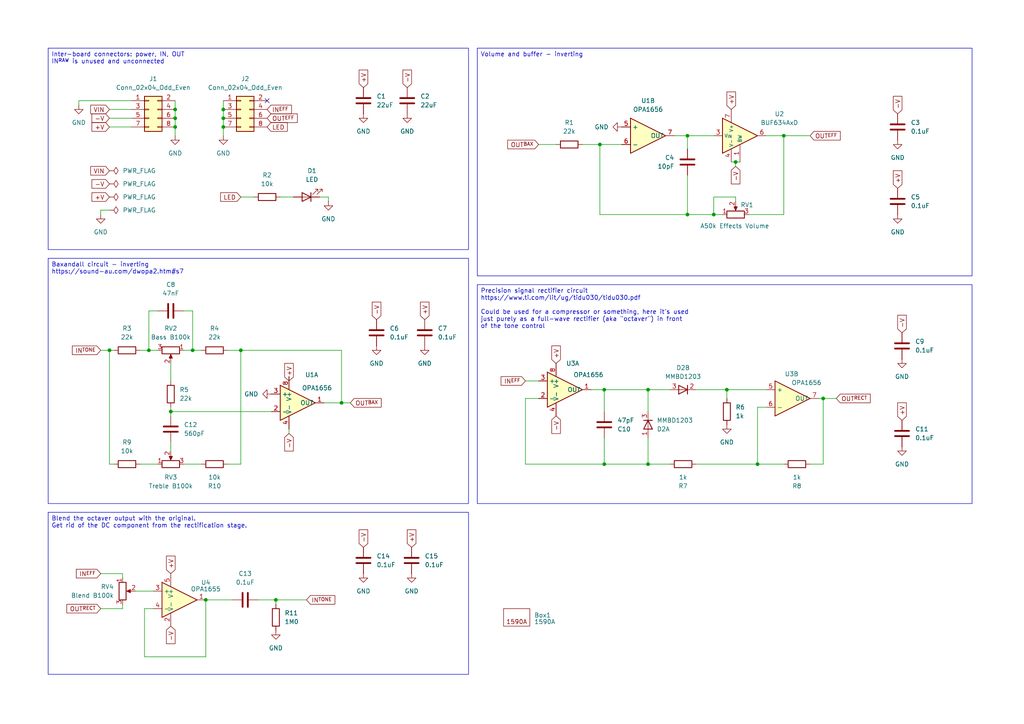
<source format=kicad_sch>
(kicad_sch (version 20231120) (generator "eeschema") (generator_version "8.0")
  (paper "A4")
  (title_block (title "Octaver with tone and volume") (date "2025-02-28") (rev "v1.0"))
  (lib_symbols
    (symbol "Amplifier_Buffer:BUF634AxD"
      (property "Reference" "U" (at 6.35 2.54 0))
      (property "Value" "BUF634AxD" (at 7.62 -2.54 0))
      (symbol "BUF634AxD_0_1"
        (polyline (pts (xy 5.08 0) (xy -5.08 5.08) (xy -5.08 -5.08) (xy 5.08 0)) (stroke (width 0.254)) (fill (type background)))
      )
      (symbol "BUF634AxD_1_1"
        (pin input line (at 0 -7.62 90) (length 5.08) (name "BW") (number "1"))
        (pin no_connect line (at -5.08 5.08 0) (length 2.54) hide (name "NC") (number "2"))
        (pin input line (at -7.62 0 0) (length 2.54) (name "V_{IN}") (number "3"))
        (pin power_in line (at -2.54 -7.62 90) (length 3.81) (name "V-") (number "4"))
        (pin no_connect line (at -5.08 2.54 0) (length 2.54) hide (name "NC") (number "5"))
        (pin output line (at 7.62 0 180) (length 2.54) (name "~") (number "6"))
        (pin power_in line (at -2.54 7.62 270) (length 3.81) (name "V+") (number "7"))
        (pin no_connect line (at -5.08 -2.54 0) (length 2.54) hide (name "NC") (number "8"))
      )
    )
    (symbol "Connector_Generic:Conn_02x04_Odd_Even" (pin_names (offset 1.016) hide)
      (property "Reference" "J" (at 1.27 5.08 0))
      (property "Value" "Conn_02x04_Odd_Even" (at 1.27 -7.62 0))
      (symbol "Conn_02x04_Odd_Even_1_1"
        (rectangle (start -1.27 -4.953) (end 0 -5.207) (stroke (width 0.1524)))
        (rectangle (start -1.27 -2.413) (end 0 -2.667) (stroke (width 0.1524)))
        (rectangle (start -1.27 0.127) (end 0 -0.127) (stroke (width 0.1524)))
        (rectangle (start -1.27 2.667) (end 0 2.413) (stroke (width 0.1524)))
        (rectangle (start -1.27 3.81) (end 3.81 -6.35) (stroke (width 0.254)) (fill (type background)))
        (rectangle (start 3.81 -4.953) (end 2.54 -5.207) (stroke (width 0.1524)))
        (rectangle (start 3.81 -2.413) (end 2.54 -2.667) (stroke (width 0.1524)))
        (rectangle (start 3.81 0.127) (end 2.54 -0.127) (stroke (width 0.1524)))
        (rectangle (start 3.81 2.667) (end 2.54 2.413) (stroke (width 0.1524)))
        (pin passive line (at -5.08 2.54 0) (length 3.81) (name "Pin_1") (number "1"))
        (pin passive line (at 7.62 2.54 180) (length 3.81) (name "Pin_2") (number "2"))
        (pin passive line (at -5.08 0 0) (length 3.81) (name "Pin_3") (number "3"))
        (pin passive line (at 7.62 0 180) (length 3.81) (name "Pin_4") (number "4"))
        (pin passive line (at -5.08 -2.54 0) (length 3.81) (name "Pin_5") (number "5"))
        (pin passive line (at 7.62 -2.54 180) (length 3.81) (name "Pin_6") (number "6"))
        (pin passive line (at -5.08 -5.08 0) (length 3.81) (name "Pin_7") (number "7"))
        (pin passive line (at 7.62 -5.08 180) (length 3.81) (name "Pin_8") (number "8"))
      )
    )
    (symbol "Device:C" (pin_numbers hide) (pin_names (offset 0.254))
      (property "Reference" "C" (at 0.635 2.54 0))
      (property "Value" "C" (at 0.635 -2.54 0))
      (symbol "C_0_1"
        (polyline (pts (xy -2.032 -0.762) (xy 2.032 -0.762)) (stroke (width 0.508)))
        (polyline (pts (xy -2.032 0.762) (xy 2.032 0.762)) (stroke (width 0.508)))
      )
      (symbol "C_1_1"
        (pin passive line (at 0 3.81 270) (length 2.794) (name "~") (number "1"))
        (pin passive line (at 0 -3.81 90) (length 2.794) (name "~") (number "2"))
      )
    )
    (symbol "Device:D_Dual_Series_AKC_Split" (pin_names (offset 0.762) hide)
      (property "Reference" "D" (at 0 2.54 0))
      (property "Value" "D_Dual_Series_AKC_Split" (at 0 -2.54 0))
      (symbol "D_Dual_Series_AKC_Split_0_1"
        (pin passive line (at 3.81 0 180) (length 2.54) (name "K") (number "3"))
      )
      (symbol "D_Dual_Series_AKC_Split_1_0"
        (polyline (pts (xy 1.27 1.27) (xy 1.27 -1.27)) (stroke (width 0.254)))
      )
      (symbol "D_Dual_Series_AKC_Split_1_1"
        (polyline (pts (xy 1.27 0) (xy -1.27 0)))
        (polyline (pts (xy -1.27 1.27) (xy 1.27 0) (xy -1.27 -1.27) (xy -1.27 1.27) (xy -1.27 1.27) (xy -1.27 1.27)) (stroke (width 0.254)))
        (pin passive line (at -3.81 0 0) (length 2.54) (name "A") (number "1"))
      )
      (symbol "D_Dual_Series_AKC_Split_2_0"
        (polyline (pts (xy -1.27 1.27) (xy -1.27 -1.27)) (stroke (width 0.254)))
      )
      (symbol "D_Dual_Series_AKC_Split_2_1"
        (polyline (pts (xy -1.27 0) (xy 1.27 0)))
        (polyline (pts (xy 1.27 1.27) (xy -1.27 0) (xy 1.27 -1.27) (xy 1.27 1.27) (xy 1.27 1.27) (xy 1.27 1.27)) (stroke (width 0.254)))
        (pin passive line (at -3.81 0 0) (length 2.54) (name "common") (number "2"))
      )
    )
    (symbol "Device:LED" (pin_numbers hide) (pin_names (offset 1.016) hide)
      (property "Reference" "D" (at 0 2.54 0))
      (property "Value" "LED" (at 0 -2.54 0))
      (symbol "LED_0_1"
        (polyline (pts (xy -1.27 -1.27) (xy -1.27 1.27)) (stroke (width 0.254)))
        (polyline (pts (xy -1.27 0) (xy 1.27 0)))
        (polyline (pts (xy 1.27 -1.27) (xy 1.27 1.27) (xy -1.27 0) (xy 1.27 -1.27)) (stroke (width 0.254)))
        (polyline (pts (xy -3.048 -0.762) (xy -4.572 -2.286) (xy -3.81 -2.286) (xy -4.572 -2.286) (xy -4.572 -1.524)))
        (polyline (pts (xy -1.778 -0.762) (xy -3.302 -2.286) (xy -2.54 -2.286) (xy -3.302 -2.286) (xy -3.302 -1.524)))
      )
      (symbol "LED_1_1"
        (pin passive line (at -3.81 0 0) (length 2.54) (name "K") (number "1"))
        (pin passive line (at 3.81 0 180) (length 2.54) (name "A") (number "2"))
      )
    )
    (symbol "Device:R" (pin_numbers hide) (pin_names (offset 0))
      (property "Reference" "R" (at 2.032 0 90))
      (property "Value" "R" (at 0 0 90))
      (symbol "R_0_1"
        (rectangle (start -1.016 -2.54) (end 1.016 2.54) (stroke (width 0.254)))
      )
      (symbol "R_1_1"
        (pin passive line (at 0 3.81 270) (length 1.27) (name "~") (number "1"))
        (pin passive line (at 0 -3.81 90) (length 1.27) (name "~") (number "2"))
      )
    )
    (symbol "Device:R_Potentiometer" (pin_names (offset 1.016) hide)
      (property "Reference" "RV" (at -4.445 0 90))
      (property "Value" "R_Potentiometer" (at -2.54 0 90))
      (symbol "R_Potentiometer_0_1"
        (polyline (pts (xy 2.54 0) (xy 1.524 0)))
        (polyline (pts (xy 1.143 0) (xy 2.286 0.508) (xy 2.286 -0.508) (xy 1.143 0)) (fill (type outline)))
        (rectangle (start 1.016 2.54) (end -1.016 -2.54) (stroke (width 0.254)))
      )
      (symbol "R_Potentiometer_1_1"
        (pin passive line (at 0 3.81 270) (length 1.27) (name "1") (number "1"))
        (pin passive line (at 3.81 0 180) (length 1.27) (name "2") (number "2"))
        (pin passive line (at 0 -3.81 90) (length 1.27) (name "3") (number "3"))
      )
    )
    (symbol "Mylib:Enclosure_1590A"
      (property "Reference" "Box" (at 0 0 0))
      (symbol "Enclosure_1590A_0_1"
        (rectangle (start -3.81 1.27) (end 3.81 -3.81))
      )
      (symbol "Enclosure_1590A_1_1"
        (text "1590A" (at 0 -2.54 0) (effects (font (size 1.27 1.27))))
      )
    )
    (symbol "Mylib:OPA1655DVB"
      (property "Reference" "U" (at -6.35 6.35 0))
      (symbol "OPA1655DVB_0_1"
        (polyline (pts (xy 0 5.08) (xy 10.16 0) (xy 0 -5.08) (xy 0 5.08)) (stroke (width 0.254)) (fill (type background)))
        (pin power_in line (at 2.54 -7.62 90) (length 3.81) (name "V-") (number "2"))
        (pin power_in line (at 2.54 7.62 270) (length 3.81) (name "V+") (number "5"))
      )
      (symbol "OPA1655DVB_1_1"
        (pin output line (at 12.7 0 180) (length 2.54) (name "~") (number "1"))
        (pin input line (at -2.54 2.54 0) (length 2.54) (name "+") (number "3"))
        (pin input line (at -2.54 -2.54 0) (length 2.54) (name "-") (number "4"))
      )
    )
    (symbol "Mylib:OPA1656"
      (property "Reference" "U" (at 8.89 5.08 0))
      (property "Value" "OPA1656" (at 2.54 11.43 0))
      (symbol "OPA1656_0_1"
        (polyline (pts (xy -2.54 5.08) (xy 7.62 0) (xy -2.54 -5.08) (xy -2.54 5.08)) (stroke (width 0.254)) (fill (type background)))
      )
      (symbol "OPA1656_1_1"
        (pin output line (at 10.16 0 180) (length 2.54) (name "OUT") (number "1"))
        (pin input line (at -5.08 -2.54 0) (length 2.54) (name "-") (number "2"))
        (pin input line (at -5.08 2.54 0) (length 2.54) (name "+") (number "3"))
        (pin power_in line (at 0 -7.62 90) (length 3.81) (name "V-") (number "4"))
        (pin power_in line (at 0 7.62 270) (length 3.81) (name "V+") (number "8"))
      )
      (symbol "OPA1656_2_1"
        (pin input line (at -5.08 2.54 0) (length 2.54) (name "+") (number "5"))
        (pin input line (at -5.08 -2.54 0) (length 2.54) (name "-") (number "6"))
        (pin output line (at 10.16 0 180) (length 2.54) (name "OUT") (number "7"))
      )
    )
    (symbol "power:GND" (power) (pin_numbers hide) (pin_names (offset 0) hide)
      (property "Value" "GND" (at 0 -3.81 0))
      (symbol "GND_0_1"
        (polyline (pts (xy 0 0) (xy 0 -1.27) (xy 1.27 -1.27) (xy 0 -2.54) (xy -1.27 -1.27) (xy 0 -1.27)))
      )
      (symbol "GND_1_1"
        (pin power_in line (at 0 0 270) (length 0) (name "~") (number "1"))
      )
    )
    (symbol "power:PWR_FLAG" (power) (pin_numbers hide) (pin_names (offset 0) hide)
      (property "Value" "PWR_FLAG" (at 0 3.81 0))
      (symbol "PWR_FLAG_0_0"
        (pin power_out line (at 0 0 90) (length 0) (name "~") (number "1"))
      )
      (symbol "PWR_FLAG_0_1"
        (polyline (pts (xy 0 0) (xy 0 1.27) (xy -1.016 1.905) (xy 0 2.54) (xy 1.016 1.905) (xy 0 1.27)))
      )
    )
  )
  (junction (at 50.8 31.75))
  (junction (at 238.76 115.57))
  (junction (at 173.99 41.91))
  (junction (at 64.77 31.75))
  (junction (at 99.06 116.84))
  (junction (at 64.77 34.29))
  (junction (at 69.85 101.6))
  (junction (at 175.26 134.62))
  (junction (at 210.82 113.03))
  (junction (at 175.26 113.03))
  (junction (at 55.88 101.6))
  (junction (at 227.33 39.37))
  (junction (at 59.69 173.99))
  (junction (at 31.75 101.6))
  (junction (at 199.39 62.23))
  (junction (at 50.8 36.83))
  (junction (at 49.53 119.38))
  (junction (at 187.96 113.03))
  (junction (at 187.96 134.62))
  (junction (at 199.39 39.37))
  (junction (at 50.8 34.29))
  (junction (at 64.77 36.83))
  (junction (at 213.36 46.99))
  (junction (at 207.01 62.23))
  (junction (at 80.01 173.99))
  (junction (at 219.71 134.62))
  (junction (at 43.18 101.6))
  (no_connect (at 77.47 29.21))
  (wire (pts (xy 199.39 62.23) (xy 173.99 62.23)))
  (wire (pts (xy 199.39 39.37) (xy 207.01 39.37)))
  (wire (pts (xy 213.36 46.99) (xy 214.63 46.99)))
  (wire (pts (xy 201.93 113.03) (xy 210.82 113.03)))
  (wire (pts (xy 187.96 134.62) (xy 175.26 134.62)))
  (wire (pts (xy 31.75 34.29) (xy 38.1 34.29)))
  (wire (pts (xy 217.17 62.23) (xy 227.33 62.23)))
  (wire (pts (xy 152.4 110.49) (xy 156.21 110.49)))
  (wire (pts (xy 69.85 101.6) (xy 99.06 101.6)))
  (wire (pts (xy 80.01 173.99) (xy 88.9 173.99)))
  (wire (pts (xy 31.75 101.6) (xy 33.02 101.6)))
  (wire (pts (xy 59.69 173.99) (xy 67.31 173.99)))
  (wire (pts (xy 213.36 57.15) (xy 213.36 58.42)))
  (wire (pts (xy 55.88 90.17) (xy 55.88 101.6)))
  (wire (pts (xy 44.45 176.53) (xy 41.91 176.53)))
  (wire (pts (xy 175.26 113.03) (xy 187.96 113.03)))
  (wire (pts (xy 219.71 134.62) (xy 227.33 134.62)))
  (wire (pts (xy 207.01 62.23) (xy 209.55 62.23)))
  (wire (pts (xy 187.96 119.38) (xy 187.96 113.03)))
  (wire (pts (xy 212.09 46.99) (xy 213.36 46.99)))
  (wire (pts (xy 175.26 134.62) (xy 175.26 127)))
  (wire (pts (xy 219.71 118.11) (xy 219.71 134.62)))
  (wire (pts (xy 227.33 39.37) (xy 234.95 39.37)))
  (wire (pts (xy 81.28 57.15) (xy 85.09 57.15)))
  (wire (pts (xy 43.18 90.17) (xy 45.72 90.17)))
  (wire (pts (xy 31.75 134.62) (xy 33.02 134.62)))
  (wire (pts (xy 175.26 134.62) (xy 152.4 134.62)))
  (wire (pts (xy 227.33 62.23) (xy 227.33 39.37)))
  (wire (pts (xy 194.31 134.62) (xy 187.96 134.62)))
  (wire (pts (xy 95.25 57.15) (xy 92.71 57.15)))
  (wire (pts (xy 40.64 101.6) (xy 43.18 101.6)))
  (wire (pts (xy 207.01 62.23) (xy 207.01 57.15)))
  (wire (pts (xy 210.82 113.03) (xy 222.25 113.03)))
  (wire (pts (xy 41.91 176.53) (xy 41.91 190.5)))
  (wire (pts (xy 173.99 41.91) (xy 173.99 62.23)))
  (wire (pts (xy 93.98 116.84) (xy 99.06 116.84)))
  (wire (pts (xy 64.77 31.75) (xy 64.77 34.29)))
  (wire (pts (xy 53.34 101.6) (xy 55.88 101.6)))
  (wire (pts (xy 156.21 41.91) (xy 161.29 41.91)))
  (wire (pts (xy 168.91 41.91) (xy 173.99 41.91)))
  (wire (pts (xy 238.76 115.57) (xy 237.49 115.57)))
  (wire (pts (xy 53.34 90.17) (xy 55.88 90.17)))
  (wire (pts (xy 64.77 29.21) (xy 64.77 31.75)))
  (wire (pts (xy 238.76 115.57) (xy 242.57 115.57)))
  (wire (pts (xy 39.37 171.45) (xy 44.45 171.45)))
  (wire (pts (xy 69.85 57.15) (xy 73.66 57.15)))
  (wire (pts (xy 195.58 39.37) (xy 199.39 39.37)))
  (wire (pts (xy 31.75 31.75) (xy 38.1 31.75)))
  (wire (pts (xy 187.96 113.03) (xy 194.31 113.03)))
  (wire (pts (xy 171.45 113.03) (xy 175.26 113.03)))
  (wire (pts (xy 175.26 119.38) (xy 175.26 113.03)))
  (wire (pts (xy 222.25 118.11) (xy 219.71 118.11)))
  (wire (pts (xy 55.88 101.6) (xy 58.42 101.6)))
  (wire (pts (xy 152.4 134.62) (xy 152.4 115.57)))
  (wire (pts (xy 53.34 134.62) (xy 58.42 134.62)))
  (wire (pts (xy 59.69 190.5) (xy 59.69 173.99)))
  (wire (pts (xy 50.8 36.83) (xy 50.8 39.37)))
  (wire (pts (xy 49.53 119.38) (xy 78.74 119.38)))
  (wire (pts (xy 31.75 60.96) (xy 29.21 60.96)))
  (wire (pts (xy 152.4 115.57) (xy 156.21 115.57)))
  (wire (pts (xy 238.76 134.62) (xy 238.76 115.57)))
  (wire (pts (xy 199.39 39.37) (xy 199.39 43.18)))
  (wire (pts (xy 49.53 119.38) (xy 49.53 120.65)))
  (wire (pts (xy 69.85 134.62) (xy 69.85 101.6)))
  (wire (pts (xy 210.82 113.03) (xy 210.82 115.57)))
  (wire (pts (xy 50.8 31.75) (xy 50.8 34.29)))
  (wire (pts (xy 83.82 124.46) (xy 83.82 125.73)))
  (wire (pts (xy 49.53 105.41) (xy 49.53 110.49)))
  (wire (pts (xy 64.77 36.83) (xy 64.77 39.37)))
  (wire (pts (xy 29.21 60.96) (xy 29.21 62.23)))
  (wire (pts (xy 40.64 134.62) (xy 45.72 134.62)))
  (wire (pts (xy 66.04 101.6) (xy 69.85 101.6)))
  (wire (pts (xy 41.91 190.5) (xy 59.69 190.5)))
  (wire (pts (xy 29.21 101.6) (xy 31.75 101.6)))
  (wire (pts (xy 31.75 36.83) (xy 38.1 36.83)))
  (wire (pts (xy 66.04 134.62) (xy 69.85 134.62)))
  (wire (pts (xy 74.93 173.99) (xy 80.01 173.99)))
  (wire (pts (xy 22.86 29.21) (xy 38.1 29.21)))
  (wire (pts (xy 207.01 57.15) (xy 213.36 57.15)))
  (wire (pts (xy 50.8 34.29) (xy 50.8 36.83)))
  (wire (pts (xy 95.25 58.42) (xy 95.25 57.15)))
  (wire (pts (xy 99.06 101.6) (xy 99.06 116.84)))
  (wire (pts (xy 49.53 118.11) (xy 49.53 119.38)))
  (wire (pts (xy 49.53 128.27) (xy 49.53 130.81)))
  (wire (pts (xy 35.56 166.37) (xy 29.21 166.37)))
  (wire (pts (xy 31.75 101.6) (xy 31.75 134.62)))
  (wire (pts (xy 173.99 41.91) (xy 180.34 41.91)))
  (wire (pts (xy 80.01 173.99) (xy 80.01 175.26)))
  (wire (pts (xy 50.8 29.21) (xy 50.8 31.75)))
  (wire (pts (xy 222.25 39.37) (xy 227.33 39.37)))
  (wire (pts (xy 43.18 101.6) (xy 45.72 101.6)))
  (wire (pts (xy 64.77 34.29) (xy 64.77 36.83)))
  (wire (pts (xy 234.95 134.62) (xy 238.76 134.62)))
  (wire (pts (xy 199.39 62.23) (xy 207.01 62.23)))
  (wire (pts (xy 35.56 167.64) (xy 35.56 166.37)))
  (wire (pts (xy 83.82 109.22) (xy 83.82 110.49)))
  (wire (pts (xy 201.93 134.62) (xy 219.71 134.62)))
  (wire (pts (xy 29.21 176.53) (xy 35.56 176.53)))
  (wire (pts (xy 99.06 116.84) (xy 101.6 116.84)))
  (wire (pts (xy 213.36 46.99) (xy 213.36 48.26)))
  (wire (pts (xy 22.86 30.48) (xy 22.86 29.21)))
  (wire (pts (xy 43.18 101.6) (xy 43.18 90.17)))
  (wire (pts (xy 187.96 134.62) (xy 187.96 127)))
  (wire (pts (xy 35.56 175.26) (xy 35.56 176.53)))
  (wire (pts (xy 199.39 50.8) (xy 199.39 62.23)))
  (text_box "Baxandall circuit - inverting\nhttps://sound-au.com/dwopa2.htm#s7" (at 13.97 74.93 0) (size 121.92 71.12) (effects (font (size 1.27 1.27)) (justify left top)))
  (text_box "Inter-board connectors: power, IN, OUT\nIN^{RAW} is unused and unconnected" (at 13.97 13.97 0) (size 121.92 58.42) (effects (font (size 1.27 1.27)) (justify left top)))
  (text_box "Blend the octaver output with the original.\nGet rid of the DC component from the rectification stage." (at 13.97 148.59 0) (size 121.92 46.99) (effects (font (size 1.27 1.27)) (justify left top)))
  (text_box "Precision signal rectifier circuit\nhttps://www.ti.com/lit/ug/tidu030/tidu030.pdf\n\nCould be used for a compressor or something, here it's used\njust purely as a full-wave rectifier (aka \"octaver\") in front\nof the tone control" (at 138.43 82.55 0) (size 143.51 63.5) (effects (font (size 1.27 1.27)) (justify left top)))
  (text_box "Volume and buffer - inverting" (at 138.43 13.97 0) (size 143.51 66.04) (effects (font (size 1.27 1.27)) (justify left top)))
  (global_label "-V" (shape input) (at 31.75 53.34 180) (property "Intersheetrefs" "${INTERSHEET_REFS}" (effects (hide yes))))
  (global_label "-V" (shape input) (at 118.11 25.4 90) (property "Intersheetrefs" "${INTERSHEET_REFS}" (effects (hide yes))))
  (global_label "+V" (shape input) (at 123.19 92.71 90) (property "Intersheetrefs" "${INTERSHEET_REFS}" (effects (hide yes))))
  (global_label "-V" (shape input) (at 105.41 158.75 90) (property "Intersheetrefs" "${INTERSHEET_REFS}" (effects (hide yes))))
  (global_label "+V" (shape input) (at 31.75 57.15 180) (property "Intersheetrefs" "${INTERSHEET_REFS}" (effects (hide yes))))
  (global_label "-V" (shape input) (at 213.36 48.26 270) (property "Intersheetrefs" "${INTERSHEET_REFS}" (effects (hide yes))))
  (global_label "-V" (shape input) (at 109.22 92.71 90) (property "Intersheetrefs" "${INTERSHEET_REFS}" (effects (hide yes))))
  (global_label "IN^{EFF}" (shape input) (at 29.21 166.37 180) (property "Intersheetrefs" "${INTERSHEET_REFS}" (effects (hide yes))))
  (global_label "-V" (shape input) (at 49.53 181.61 270) (property "Intersheetrefs" "${INTERSHEET_REFS}" (effects (hide yes))))
  (global_label "+V" (shape input) (at 49.53 166.37 90) (property "Intersheetrefs" "${INTERSHEET_REFS}" (effects (hide yes))))
  (global_label "+V" (shape input) (at 161.29 105.41 90) (property "Intersheetrefs" "${INTERSHEET_REFS}" (effects (hide yes))))
  (global_label "IN^{EFF}" (shape input) (at 152.4 110.49 180) (property "Intersheetrefs" "${INTERSHEET_REFS}" (effects (hide yes))))
  (global_label "OUT^{BAX}" (shape input) (at 101.6 116.84 0) (property "Intersheetrefs" "${INTERSHEET_REFS}" (effects (hide yes))))
  (global_label "OUT^{RECT}" (shape input) (at 242.57 115.57 0) (property "Intersheetrefs" "${INTERSHEET_REFS}" (effects (hide yes))))
  (global_label "+V" (shape input) (at 261.62 121.92 90) (property "Intersheetrefs" "${INTERSHEET_REFS}" (effects (hide yes))))
  (global_label "IN^{TONE}" (shape input) (at 29.21 101.6 180) (property "Intersheetrefs" "${INTERSHEET_REFS}" (effects (hide yes))))
  (global_label "OUT^{RECT}" (shape input) (at 29.21 176.53 180) (property "Intersheetrefs" "${INTERSHEET_REFS}" (effects (hide yes))))
  (global_label "OUT^{BAX}" (shape input) (at 156.21 41.91 180) (property "Intersheetrefs" "${INTERSHEET_REFS}" (effects (hide yes))))
  (global_label "+V" (shape input) (at 83.82 110.49 90) (property "Intersheetrefs" "${INTERSHEET_REFS}" (effects (hide yes))))
  (global_label "+V" (shape input) (at 212.09 31.75 90) (property "Intersheetrefs" "${INTERSHEET_REFS}" (effects (hide yes))))
  (global_label "VIN" (shape input) (at 31.75 49.53 180) (property "Intersheetrefs" "${INTERSHEET_REFS}" (effects (hide yes))))
  (global_label "+V" (shape input) (at 31.75 36.83 180) (property "Intersheetrefs" "${INTERSHEET_REFS}" (effects (hide yes))))
  (global_label "-V" (shape input) (at 31.75 34.29 180) (property "Intersheetrefs" "${INTERSHEET_REFS}" (effects (hide yes))))
  (global_label "-V" (shape input) (at 161.29 120.65 270) (property "Intersheetrefs" "${INTERSHEET_REFS}" (effects (hide yes))))
  (global_label "OUT^{EFF}" (shape input) (at 234.95 39.37 0) (property "Intersheetrefs" "${INTERSHEET_REFS}" (effects (hide yes))))
  (global_label "+V" (shape input) (at 260.35 54.61 90) (property "Intersheetrefs" "${INTERSHEET_REFS}" (effects (hide yes))))
  (global_label "+V" (shape input) (at 105.41 25.4 90) (property "Intersheetrefs" "${INTERSHEET_REFS}" (effects (hide yes))))
  (global_label "-V" (shape input) (at 83.82 125.73 270) (property "Intersheetrefs" "${INTERSHEET_REFS}" (effects (hide yes))))
  (global_label "LED" (shape input) (at 77.47 36.83 0) (property "Intersheetrefs" "${INTERSHEET_REFS}" (effects (hide yes))))
  (global_label "-V" (shape input) (at 261.62 96.52 90) (property "Intersheetrefs" "${INTERSHEET_REFS}" (effects (hide yes))))
  (global_label "-V" (shape input) (at 260.35 33.02 90) (property "Intersheetrefs" "${INTERSHEET_REFS}" (effects (hide yes))))
  (global_label "IN^{TONE}" (shape input) (at 88.9 173.99 0) (property "Intersheetrefs" "${INTERSHEET_REFS}" (effects (hide yes))))
  (global_label "LED" (shape input) (at 69.85 57.15 180) (property "Intersheetrefs" "${INTERSHEET_REFS}" (effects (hide yes))))
  (global_label "+V" (shape input) (at 119.38 158.75 90) (property "Intersheetrefs" "${INTERSHEET_REFS}" (effects (hide yes))))
  (global_label "OUT^{EFF}" (shape input) (at 77.47 34.29 0) (property "Intersheetrefs" "${INTERSHEET_REFS}" (effects (hide yes))))
  (global_label "IN^{EFF}" (shape input) (at 77.47 31.75 0) (property "Intersheetrefs" "${INTERSHEET_REFS}" (effects (hide yes))))
  (global_label "VIN" (shape input) (at 31.75 31.75 180) (property "Intersheetrefs" "${INTERSHEET_REFS}" (effects (hide yes))))
  (symbol (lib_id "Connector_Generic:Conn_02x04_Odd_Even") (at 43.18 31.75 0) (unit 1)
    (property "Reference" "J1" (at 44.45 22.86 0))
    (property "Value" "Conn_02x04_Odd_Even" (at 44.45 25.4 0))
    (property "Footprint" "Connector_PinHeader_2.54mm:PinHeader_2x04_P2.54mm_Vertical" (effects (hide yes)))
    (property "Description" "Generic connector, double row, 02x04, odd/even pin numbering scheme (row 1 odd numbers, row 2 even numbers), script generated (kicad-library-utils/schlib/autogen/connector/)" (effects (hide yes)))
  )
  (symbol (lib_id "Device:D_Dual_Series_AKC_Split") (at 187.96 123.19 270) (mirror x) (unit 1)
    (property "Reference" "D2" (at 190.5 124.4601 90) (effects (justify left)))
    (property "Value" "MMBD1203" (at 190.5 121.9201 90) (effects (justify left)))
    (property "Footprint" "Package_TO_SOT_SMD:SOT-23" (effects (hide yes)))
    (property "Description" "Dual diode, anode/cathode/center" (effects (hide yes)))
  )
  (symbol (lib_id "Device:C") (at 175.26 123.19 0) (mirror x) (unit 1)
    (property "Reference" "C10" (at 179.07 124.4601 0) (effects (justify left)))
    (property "Value" "47pF" (at 179.07 121.9201 0) (effects (justify left)))
    (property "Footprint" "Capacitor_SMD:C_0805_2012Metric_Pad1.18x1.45mm_HandSolder" (effects (hide yes)))
    (property "Description" "Unpolarized capacitor" (effects (hide yes)))
  )
  (symbol (lib_id "Device:R_Potentiometer") (at 213.36 62.23 90) (unit 1)
    (property "Reference" "RV1" (at 216.662 59.436 90))
    (property "Value" "A50k Effects Volume" (at 213.106 65.532 90))
    (property "Footprint" "Potentiometer_THT:Potentiometer_Alpha_RD901F-40-00D_Single_Vertical" (effects (hide yes)))
    (property "Description" "Potentiometer" (effects (hide yes)))
  )
  (symbol (lib_id "Mylib:OPA1656") (at 185.42 39.37 0) (unit 2)
    (property "Reference" "U1" (at 187.96 29.21 0))
    (property "Value" "OPA1656" (at 187.96 31.75 0))
    (property "Footprint" "Package_SO:SOIC-8_3.9x4.9mm_P1.27mm" (effects (hide yes)))
    (property "Datasheet" "https://ti.com/lit/ds/symlink/opa1655.pdf" (effects (hide yes)))
    (property "Description" "Dual audio op-amp" (effects (hide yes)))
  )
  (symbol (lib_id "Device:C") (at 118.11 29.21 0) (unit 1)
    (property "Reference" "C2" (at 121.92 27.9399 0) (effects (justify left)))
    (property "Value" "22uF" (at 121.92 30.4799 0) (effects (justify left)))
    (property "Footprint" "Capacitor_SMD:C_1206_3216Metric_Pad1.33x1.80mm_HandSolder" (effects (hide yes)))
    (property "Description" "Unpolarized capacitor" (effects (hide yes)))
  )
  (symbol (lib_id "Device:R") (at 165.1 41.91 270) (mirror x) (unit 1)
    (property "Reference" "R1" (at 165.1 35.56 90))
    (property "Value" "22k" (at 165.1 38.1 90))
    (property "Footprint" "Resistor_SMD:R_0805_2012Metric_Pad1.20x1.40mm_HandSolder" (effects (hide yes)))
    (property "Description" "Resistor" (effects (hide yes)))
  )
  (symbol (lib_id "power:PWR_FLAG") (at 31.75 53.34 270) (unit 1)
    (property "Reference" "#FLG2" (effects (hide yes)))
    (property "Value" "PWR_FLAG" (at 35.56 53.3399 90) (effects (justify left)))
    (property "Description" "Special symbol for telling ERC where power comes from" (effects (hide yes)))
  )
  (symbol (lib_id "Device:R") (at 62.23 101.6 270) (mirror x) (unit 1)
    (property "Reference" "R4" (at 62.23 95.25 90))
    (property "Value" "22k" (at 62.23 97.79 90))
    (property "Footprint" "Resistor_SMD:R_0805_2012Metric_Pad1.20x1.40mm_HandSolder" (effects (hide yes)))
    (property "Description" "Resistor" (effects (hide yes)))
  )
  (symbol (lib_id "Mylib:OPA1656") (at 227.33 115.57 0) (unit 2)
    (property "Reference" "U3" (at 229.616 108.458 0))
    (property "Value" "OPA1656" (at 233.934 110.998 0))
    (property "Footprint" "Package_SO:SOIC-8_3.9x4.9mm_P1.27mm" (effects (hide yes)))
    (property "Datasheet" "https://ti.com/lit/ds/symlink/opa1655.pdf" (effects (hide yes)))
    (property "Description" "Dual audio op-amp" (effects (hide yes)))
  )
  (symbol (lib_id "Device:R") (at 36.83 134.62 270) (mirror x) (unit 1)
    (property "Reference" "R9" (at 36.83 128.27 90))
    (property "Value" "10k" (at 36.83 130.81 90))
    (property "Footprint" "Resistor_SMD:R_0805_2012Metric_Pad1.20x1.40mm_HandSolder" (effects (hide yes)))
    (property "Description" "Resistor" (effects (hide yes)))
  )
  (symbol (lib_id "Device:C") (at 49.53 124.46 0) (unit 1)
    (property "Reference" "C12" (at 53.34 123.1899 0) (effects (justify left)))
    (property "Value" "560pF" (at 53.34 125.7299 0) (effects (justify left)))
    (property "Footprint" "Capacitor_SMD:C_0805_2012Metric_Pad1.18x1.45mm_HandSolder" (effects (hide yes)))
    (property "Description" "Unpolarized capacitor" (effects (hide yes)))
  )
  (symbol (lib_id "Device:R") (at 231.14 134.62 90) (mirror x) (unit 1)
    (property "Reference" "R8" (at 231.14 140.97 90))
    (property "Value" "1k" (at 231.14 138.43 90))
    (property "Footprint" "Resistor_SMD:R_0805_2012Metric_Pad1.20x1.40mm_HandSolder" (effects (hide yes)))
    (property "Description" "Resistor" (effects (hide yes)))
  )
  (symbol (lib_id "Device:R") (at 210.82 119.38 180) (unit 1)
    (property "Reference" "R6" (at 213.36 118.1099 0) (effects (justify right)))
    (property "Value" "1k" (at 213.36 120.6499 0) (effects (justify right)))
    (property "Footprint" "Resistor_SMD:R_0805_2012Metric_Pad1.20x1.40mm_HandSolder" (effects (hide yes)))
    (property "Description" "Resistor" (effects (hide yes)))
  )
  (symbol (lib_id "power:GND") (at 123.19 100.33 0) (unit 1)
    (property "Reference" "#PWR12" (effects (hide yes)))
    (property "Value" "GND" (at 123.19 105.41 0))
    (property "Description" "Power symbol creates a global label with name \"GND\" , ground" (effects (hide yes)))
  )
  (symbol (lib_id "Device:C") (at 261.62 100.33 0) (unit 1)
    (property "Reference" "C9" (at 265.43 99.0599 0) (effects (justify left)))
    (property "Value" "0.1uF" (at 265.43 101.5999 0) (effects (justify left)))
    (property "Footprint" "Capacitor_SMD:C_1206_3216Metric_Pad1.33x1.80mm_HandSolder" (effects (hide yes)))
    (property "Description" "Unpolarized capacitor" (effects (hide yes)))
  )
  (symbol (lib_id "power:GND") (at 261.62 104.14 0) (unit 1)
    (property "Reference" "#PWR13" (effects (hide yes)))
    (property "Value" "GND" (at 261.62 109.22 0))
    (property "Description" "Power symbol creates a global label with name \"GND\" , ground" (effects (hide yes)))
  )
  (symbol (lib_id "Device:C") (at 199.39 46.99 0) (mirror y) (unit 1)
    (property "Reference" "C4" (at 195.58 45.7199 0) (effects (justify left)))
    (property "Value" "10pF" (at 195.58 48.2599 0) (effects (justify left)))
    (property "Footprint" "Capacitor_SMD:C_0805_2012Metric_Pad1.18x1.45mm_HandSolder" (effects (hide yes)))
    (property "Description" "Unpolarized capacitor" (effects (hide yes)))
  )
  (symbol (lib_id "power:GND") (at 22.86 30.48 0) (unit 1)
    (property "Reference" "#PWR1" (effects (hide yes)))
    (property "Value" "GND" (at 22.86 35.56 0))
    (property "Description" "Power symbol creates a global label with name \"GND\" , ground" (effects (hide yes)))
  )
  (symbol (lib_id "Device:R_Potentiometer") (at 49.53 101.6 270) (unit 1)
    (property "Reference" "RV2" (at 49.53 95.25 90))
    (property "Value" "Bass B100k" (at 49.53 97.79 90))
    (property "Footprint" "Potentiometer_THT:Potentiometer_Alpha_RD901F-40-00D_Single_Vertical" (effects (hide yes)))
    (property "Description" "Potentiometer" (effects (hide yes)))
  )
  (symbol (lib_id "Mylib:OPA1655DVB") (at 46.99 173.99 0) (unit 1)
    (property "Reference" "U4" (at 59.69 168.9414 0))
    (property "Value" "OPA1655" (at 59.69 170.8465 0))
    (property "Footprint" "Package_TO_SOT_SMD:SOT-23-5_HandSoldering" (effects (hide yes)))
    (property "Datasheet" "https://www.ti.com/lit/ds/symlink/opa1655.pdf" (effects (hide yes)))
    (property "Description" "Ultra-Low-Noise, Low-Distortion, FET-Input Audio Operational Amplifier" (effects (hide yes)))
  )
  (symbol (lib_id "power:PWR_FLAG") (at 31.75 60.96 270) (unit 1)
    (property "Reference" "#FLG4" (effects (hide yes)))
    (property "Value" "PWR_FLAG" (at 35.56 60.9601 90) (effects (justify left)))
    (property "Description" "Special symbol for telling ERC where power comes from" (effects (hide yes)))
  )
  (symbol (lib_id "power:GND") (at 260.35 62.23 0) (unit 1)
    (property "Reference" "#PWR10" (effects (hide yes)))
    (property "Value" "GND" (at 260.35 67.31 0))
    (property "Description" "Power symbol creates a global label with name \"GND\" , ground" (effects (hide yes)))
  )
  (symbol (lib_id "Connector_Generic:Conn_02x04_Odd_Even") (at 69.85 31.75 0) (unit 1)
    (property "Reference" "J2" (at 71.12 22.86 0))
    (property "Value" "Conn_02x04_Odd_Even" (at 71.12 25.4 0))
    (property "Footprint" "Connector_PinHeader_2.54mm:PinHeader_2x04_P2.54mm_Vertical" (effects (hide yes)))
    (property "Description" "Generic connector, double row, 02x04, odd/even pin numbering scheme (row 1 odd numbers, row 2 even numbers), script generated (kicad-library-utils/schlib/autogen/connector/)" (effects (hide yes)))
  )
  (symbol (lib_id "power:GND") (at 95.25 58.42 0) (unit 1)
    (property "Reference" "#PWR8" (effects (hide yes)))
    (property "Value" "GND" (at 95.25 63.5 0))
    (property "Description" "Power symbol creates a global label with name \"GND\" , ground" (effects (hide yes)))
  )
  (symbol (lib_id "power:GND") (at 260.35 40.64 0) (unit 1)
    (property "Reference" "#PWR7" (effects (hide yes)))
    (property "Value" "GND" (at 260.35 45.72 0))
    (property "Description" "Power symbol creates a global label with name \"GND\" , ground" (effects (hide yes)))
  )
  (symbol (lib_id "Device:R") (at 62.23 134.62 270) (unit 1)
    (property "Reference" "R10" (at 62.23 140.97 90))
    (property "Value" "10k" (at 62.23 138.43 90))
    (property "Footprint" "Resistor_SMD:R_0805_2012Metric_Pad1.20x1.40mm_HandSolder" (effects (hide yes)))
    (property "Description" "Resistor" (effects (hide yes)))
  )
  (symbol (lib_id "Device:C") (at 105.41 162.56 0) (unit 1)
    (property "Reference" "C14" (at 109.22 161.2899 0) (effects (justify left)))
    (property "Value" "0.1uF" (at 109.22 163.8299 0) (effects (justify left)))
    (property "Footprint" "Capacitor_SMD:C_1206_3216Metric_Pad1.33x1.80mm_HandSolder" (effects (hide yes)))
    (property "Description" "Unpolarized capacitor" (effects (hide yes)))
  )
  (symbol (lib_id "Device:C") (at 105.41 29.21 0) (unit 1)
    (property "Reference" "C1" (at 109.22 27.9399 0) (effects (justify left)))
    (property "Value" "22uF" (at 109.22 30.4799 0) (effects (justify left)))
    (property "Footprint" "Capacitor_SMD:C_1206_3216Metric_Pad1.33x1.80mm_HandSolder" (effects (hide yes)))
    (property "Description" "Unpolarized capacitor" (effects (hide yes)))
  )
  (symbol (lib_id "Device:D_Dual_Series_AKC_Split") (at 198.12 113.03 180) (unit 2)
    (property "Reference" "D2" (at 198.12 106.68 0))
    (property "Value" "MMBD1203" (at 198.12 109.22 0))
    (property "Footprint" "Package_TO_SOT_SMD:SOT-23" (effects (hide yes)))
    (property "Description" "Dual diode, anode/cathode/center" (effects (hide yes)))
  )
  (symbol (lib_id "power:GND") (at 180.34 36.83 270) (unit 1)
    (property "Reference" "#PWR4" (effects (hide yes)))
    (property "Value" "GND" (at 176.53 36.8299 90) (effects (justify right)))
    (property "Description" "Power symbol creates a global label with name \"GND\" , ground" (effects (hide yes)))
  )
  (symbol (lib_id "Device:C") (at 260.35 36.83 0) (unit 1)
    (property "Reference" "C3" (at 264.16 35.5599 0) (effects (justify left)))
    (property "Value" "0.1uF" (at 264.16 38.0999 0) (effects (justify left)))
    (property "Footprint" "Capacitor_SMD:C_1206_3216Metric_Pad1.33x1.80mm_HandSolder" (effects (hide yes)))
    (property "Description" "Unpolarized capacitor" (effects (hide yes)))
  )
  (symbol (lib_id "Device:C") (at 71.12 173.99 90) (unit 1)
    (property "Reference" "C13" (at 71.12 166.37 90))
    (property "Value" "0.1uF" (at 71.12 168.91 90))
    (property "Footprint" "Capacitor_SMD:C_1206_3216Metric_Pad1.33x1.80mm_HandSolder" (effects (hide yes)))
    (property "Description" "Unpolarized capacitor" (effects (hide yes)))
  )
  (symbol (lib_id "power:GND") (at 105.41 33.02 0) (unit 1)
    (property "Reference" "#PWR2" (effects (hide yes)))
    (property "Value" "GND" (at 105.41 38.1 0))
    (property "Description" "Power symbol creates a global label with name \"GND\" , ground" (effects (hide yes)))
  )
  (symbol (lib_id "Device:C") (at 49.53 90.17 90) (unit 1)
    (property "Reference" "C8" (at 49.53 82.55 90))
    (property "Value" "47nF" (at 49.53 85.09 90))
    (property "Footprint" "Capacitor_SMD:C_0805_2012Metric_Pad1.18x1.45mm_HandSolder" (effects (hide yes)))
    (property "Description" "Unpolarized capacitor" (effects (hide yes)))
  )
  (symbol (lib_id "power:PWR_FLAG") (at 31.75 57.15 270) (unit 1)
    (property "Reference" "#FLG3" (effects (hide yes)))
    (property "Value" "PWR_FLAG" (at 35.56 57.1499 90) (effects (justify left)))
    (property "Description" "Special symbol for telling ERC where power comes from" (effects (hide yes)))
  )
  (symbol (lib_id "Device:R") (at 49.53 114.3 0) (mirror y) (unit 1)
    (property "Reference" "R5" (at 52.07 113.0299 0) (effects (justify right)))
    (property "Value" "22k" (at 52.07 115.5699 0) (effects (justify right)))
    (property "Footprint" "Resistor_SMD:R_0805_2012Metric_Pad1.20x1.40mm_HandSolder" (effects (hide yes)))
    (property "Description" "Resistor" (effects (hide yes)))
  )
  (symbol (lib_id "power:GND") (at 64.77 39.37 0) (unit 1)
    (property "Reference" "#PWR6" (effects (hide yes)))
    (property "Value" "GND" (at 64.77 44.45 0))
    (property "Description" "Power symbol creates a global label with name \"GND\" , ground" (effects (hide yes)))
  )
  (symbol (lib_id "Device:C") (at 119.38 162.56 0) (unit 1)
    (property "Reference" "C15" (at 123.19 161.2899 0) (effects (justify left)))
    (property "Value" "0.1uF" (at 123.19 163.8299 0) (effects (justify left)))
    (property "Footprint" "Capacitor_SMD:C_1206_3216Metric_Pad1.33x1.80mm_HandSolder" (effects (hide yes)))
    (property "Description" "Unpolarized capacitor" (effects (hide yes)))
  )
  (symbol (lib_id "Device:C") (at 123.19 96.52 0) (unit 1)
    (property "Reference" "C7" (at 127 95.2499 0) (effects (justify left)))
    (property "Value" "0.1uF" (at 127 97.7899 0) (effects (justify left)))
    (property "Footprint" "Capacitor_SMD:C_1206_3216Metric_Pad1.33x1.80mm_HandSolder" (effects (hide yes)))
    (property "Description" "Unpolarized capacitor" (effects (hide yes)))
  )
  (symbol (lib_id "Mylib:Enclosure_1590A") (at 149.86 177.8 0) (unit 1)
    (property "Reference" "Box1" (at 154.94 178.4349 0) (effects (justify left)))
    (property "Value" "1590A" (at 154.94 180.34 0) (effects (justify left)))
    (property "Footprint" "Mylib:1590A" (effects (hide yes)))
  )
  (symbol (lib_id "power:GND") (at 118.11 33.02 0) (unit 1)
    (property "Reference" "#PWR3" (effects (hide yes)))
    (property "Value" "GND" (at 118.11 38.1 0))
    (property "Description" "Power symbol creates a global label with name \"GND\" , ground" (effects (hide yes)))
  )
  (symbol (lib_id "Device:R") (at 36.83 101.6 270) (mirror x) (unit 1)
    (property "Reference" "R3" (at 36.83 95.25 90))
    (property "Value" "22k" (at 36.83 97.79 90))
    (property "Footprint" "Resistor_SMD:R_0805_2012Metric_Pad1.20x1.40mm_HandSolder" (effects (hide yes)))
    (property "Description" "Resistor" (effects (hide yes)))
  )
  (symbol (lib_id "power:GND") (at 109.22 100.33 0) (unit 1)
    (property "Reference" "#PWR11" (effects (hide yes)))
    (property "Value" "GND" (at 109.22 105.41 0))
    (property "Description" "Power symbol creates a global label with name \"GND\" , ground" (effects (hide yes)))
  )
  (symbol (lib_id "power:GND") (at 50.8 39.37 0) (unit 1)
    (property "Reference" "#PWR5" (effects (hide yes)))
    (property "Value" "GND" (at 50.8 44.45 0))
    (property "Description" "Power symbol creates a global label with name \"GND\" , ground" (effects (hide yes)))
  )
  (symbol (lib_id "power:GND") (at 78.74 114.3 270) (unit 1)
    (property "Reference" "#PWR14" (effects (hide yes)))
    (property "Value" "GND" (at 74.93 114.2999 90) (effects (justify right)))
    (property "Description" "Power symbol creates a global label with name \"GND\" , ground" (effects (hide yes)))
  )
  (symbol (lib_id "Device:R") (at 198.12 134.62 90) (mirror x) (unit 1)
    (property "Reference" "R7" (at 198.12 140.97 90))
    (property "Value" "1k" (at 198.12 138.43 90))
    (property "Footprint" "Resistor_SMD:R_0805_2012Metric_Pad1.20x1.40mm_HandSolder" (effects (hide yes)))
    (property "Description" "Resistor" (effects (hide yes)))
  )
  (symbol (lib_id "power:GND") (at 261.62 129.54 0) (unit 1)
    (property "Reference" "#PWR16" (effects (hide yes)))
    (property "Value" "GND" (at 261.62 134.62 0))
    (property "Description" "Power symbol creates a global label with name \"GND\" , ground" (effects (hide yes)))
  )
  (symbol (lib_id "power:GND") (at 80.01 182.88 0) (unit 1)
    (property "Reference" "#PWR17" (effects (hide yes)))
    (property "Value" "GND" (at 80.01 187.96 0))
    (property "Description" "Power symbol creates a global label with name \"GND\" , ground" (effects (hide yes)))
  )
  (symbol (lib_id "Device:R") (at 77.47 57.15 90) (unit 1)
    (property "Reference" "R2" (at 77.47 50.8 90))
    (property "Value" "10k" (at 77.47 53.34 90))
    (property "Footprint" "Resistor_SMD:R_0805_2012Metric_Pad1.20x1.40mm_HandSolder" (effects (hide yes)))
    (property "Description" "Resistor" (effects (hide yes)))
  )
  (symbol (lib_id "power:GND") (at 29.21 62.23 0) (unit 1)
    (property "Reference" "#PWR9" (effects (hide yes)))
    (property "Value" "GND" (at 29.21 67.31 0))
    (property "Description" "Power symbol creates a global label with name \"GND\" , ground" (effects (hide yes)))
  )
  (symbol (lib_id "power:GND") (at 119.38 166.37 0) (unit 1)
    (property "Reference" "#PWR19" (effects (hide yes)))
    (property "Value" "GND" (at 119.38 171.45 0))
    (property "Description" "Power symbol creates a global label with name \"GND\" , ground" (effects (hide yes)))
  )
  (symbol (lib_id "Device:R_Potentiometer") (at 35.56 171.45 0) (unit 1)
    (property "Reference" "RV4" (at 33.02 170.1799 0) (effects (justify right)))
    (property "Value" "Blend B100k" (at 33.02 172.7199 0) (effects (justify right)))
    (property "Footprint" "Potentiometer_THT:Potentiometer_Alpha_RD901F-40-00D_Single_Vertical" (effects (hide yes)))
    (property "Description" "Potentiometer" (effects (hide yes)))
  )
  (symbol (lib_id "Amplifier_Buffer:BUF634AxD") (at 214.63 39.37 0) (unit 1)
    (property "Reference" "U2" (at 226.06 33.0514 0))
    (property "Value" "BUF634AxD" (at 226.06 35.5914 0))
    (property "Footprint" "Package_SO:SOIC-8_3.9x4.9mm_P1.27mm" (effects (hide yes)))
    (property "Datasheet" "https://www.ti.com/lit/ds/symlink/buf634a.pdf" (effects (hide yes)))
    (property "Description" "36-V, 210-MHz, 250-mA Output, High-Speed Buffer, SOIC-8" (effects (hide yes)))
  )
  (symbol (lib_id "power:GND") (at 210.82 123.19 0) (unit 1)
    (property "Reference" "#PWR15" (effects (hide yes)))
    (property "Value" "GND" (at 210.82 128.27 0))
    (property "Description" "Power symbol creates a global label with name \"GND\" , ground" (effects (hide yes)))
  )
  (symbol (lib_id "power:GND") (at 105.41 166.37 0) (unit 1)
    (property "Reference" "#PWR18" (effects (hide yes)))
    (property "Value" "GND" (at 105.41 171.45 0))
    (property "Description" "Power symbol creates a global label with name \"GND\" , ground" (effects (hide yes)))
  )
  (symbol (lib_id "power:PWR_FLAG") (at 31.75 49.53 270) (unit 1)
    (property "Reference" "#FLG1" (effects (hide yes)))
    (property "Value" "PWR_FLAG" (at 35.56 49.5299 90) (effects (justify left)))
    (property "Description" "Special symbol for telling ERC where power comes from" (effects (hide yes)))
  )
  (symbol (lib_id "Device:LED") (at 88.9 57.15 180) (unit 1)
    (property "Reference" "D1" (at 90.4875 49.53 0))
    (property "Value" "LED" (at 90.4875 52.07 0))
    (property "Footprint" "LED_THT:LED_D3.0mm" (effects (hide yes)))
    (property "Description" "Light emitting diode" (effects (hide yes)))
  )
  (symbol (lib_id "Device:R") (at 80.01 179.07 180) (unit 1)
    (property "Reference" "R11" (at 82.55 177.7999 0) (effects (justify right)))
    (property "Value" "1M0" (at 82.55 180.3399 0) (effects (justify right)))
    (property "Footprint" "Resistor_SMD:R_0805_2012Metric_Pad1.20x1.40mm_HandSolder" (effects (hide yes)))
    (property "Description" "Resistor" (effects (hide yes)))
  )
  (symbol (lib_id "Mylib:OPA1656") (at 83.82 116.84 0) (unit 1)
    (property "Reference" "U1" (at 90.424 108.712 0))
    (property "Value" "OPA1656" (at 91.948 112.522 0))
    (property "Footprint" "Package_SO:SOIC-8_3.9x4.9mm_P1.27mm" (effects (hide yes)))
    (property "Datasheet" "https://ti.com/lit/ds/symlink/opa1655.pdf" (effects (hide yes)))
    (property "Description" "Dual audio op-amp" (effects (hide yes)))
  )
  (symbol (lib_id "Device:C") (at 260.35 58.42 0) (unit 1)
    (property "Reference" "C5" (at 264.16 57.1499 0) (effects (justify left)))
    (property "Value" "0.1uF" (at 264.16 59.6899 0) (effects (justify left)))
    (property "Footprint" "Capacitor_SMD:C_1206_3216Metric_Pad1.33x1.80mm_HandSolder" (effects (hide yes)))
    (property "Description" "Unpolarized capacitor" (effects (hide yes)))
  )
  (symbol (lib_id "Device:R_Potentiometer") (at 49.53 134.62 90) (unit 1)
    (property "Reference" "RV3" (at 49.53 138.43 90))
    (property "Value" "Treble B100k" (at 49.53 140.97 90))
    (property "Footprint" "Potentiometer_THT:Potentiometer_Alpha_RD901F-40-00D_Single_Vertical" (effects (hide yes)))
    (property "Description" "Potentiometer" (effects (hide yes)))
  )
  (symbol (lib_id "Device:C") (at 261.62 125.73 0) (unit 1)
    (property "Reference" "C11" (at 265.43 124.4599 0) (effects (justify left)))
    (property "Value" "0.1uF" (at 265.43 126.9999 0) (effects (justify left)))
    (property "Footprint" "Capacitor_SMD:C_1206_3216Metric_Pad1.33x1.80mm_HandSolder" (effects (hide yes)))
    (property "Description" "Unpolarized capacitor" (effects (hide yes)))
  )
  (symbol (lib_id "Device:C") (at 109.22 96.52 0) (unit 1)
    (property "Reference" "C6" (at 113.03 95.2499 0) (effects (justify left)))
    (property "Value" "0.1uF" (at 113.03 97.7899 0) (effects (justify left)))
    (property "Footprint" "Capacitor_SMD:C_1206_3216Metric_Pad1.33x1.80mm_HandSolder" (effects (hide yes)))
    (property "Description" "Unpolarized capacitor" (effects (hide yes)))
  )
  (symbol (lib_id "Mylib:OPA1656") (at 161.29 113.03 0) (unit 1)
    (property "Reference" "U3" (at 166.116 105.41 0))
    (property "Value" "OPA1656" (at 170.688 108.712 0))
    (property "Footprint" "Package_SO:SOIC-8_3.9x4.9mm_P1.27mm" (effects (hide yes)))
    (property "Datasheet" "https://ti.com/lit/ds/symlink/opa1655.pdf" (effects (hide yes)))
    (property "Description" "Dual audio op-amp" (effects (hide yes)))
  )
)
</source>
